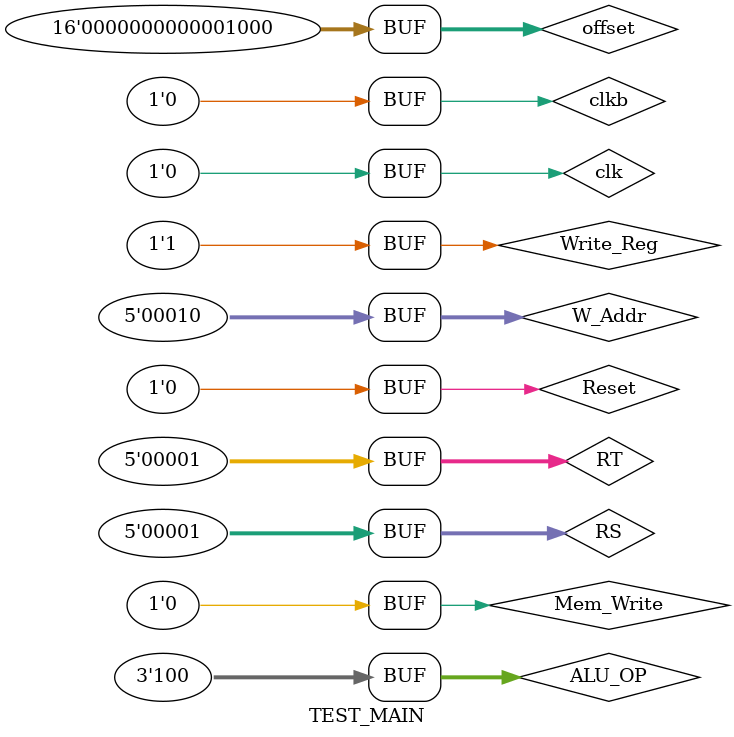
<source format=v>
`timescale 1ns / 1ps


module TEST_MAIN;

	// Inputs
	reg clk;
	reg clkb;
	reg Reset;
	reg Write_Reg;
	reg Mem_Write;
	reg [15:0] offset;
	reg [2:0] ALU_OP;
	reg [4:0] W_Addr;
	reg [4:0] RS;
	reg [4:0] RT;

	// Outputs
	wire [31:0] A;
	wire [31:0] Data_Bus;
	wire [31:0] Result;
	wire OF;
	wire ZF;

	// Instantiate the Unit Under Test (UUT)
	MAIN uut (
		.clk(clk), 
		.clkb(clkb), 
		.Reset(Reset), 
		.Write_Reg(Write_Reg), 
		.Mem_Write(Mem_Write), 
		.offset(offset), 
		.ALU_OP(ALU_OP), 
		.W_Addr(W_Addr), 
		.RS(RS), 
		.RT(RT), 
		.A(A), 
		.Data_Bus(Data_Bus), 
		.Result(Result), 
		.OF(OF), 
		.ZF(ZF)
	);

	initial begin
		// Initialize Inputs
		clk = 0;
		clkb = 0;
		Reset = 1;
		ALU_OP = 4;
		# 100
		
		// lw R1, [R0 + 4]
		Reset = 0;
		offset = 4;
		//Write_Reg = 1;
		W_Addr = 1;
		Write_Reg = 1;
		RS = 0;
		RT = 0;
		# 25 clk = ~clk;
		# 25 clk = ~clk;
		# 25

		// Wait 100 ns for global reset to finish
		#100;
		
		
		// sw R1, [R1 + 4]
		RS = 1;
		RT = 1;
		Write_Reg = 0;
		Mem_Write = 1;
		#25 clkb = ~clkb;
		#25 clkb = ~clkb;
        
		// Add stimulus here
		
		// lw R2, [R1 + 8]
		#25
		offset = 8;
		W_Addr = 2;
		Write_Reg = 1;
		Mem_Write = 0;
		# 25 clkb = ~clkb;
		# 25 clkb = ~clkb;
		# 25 clk = ~clk;
		# 25 clk = ~clk;

	end
      
endmodule


</source>
